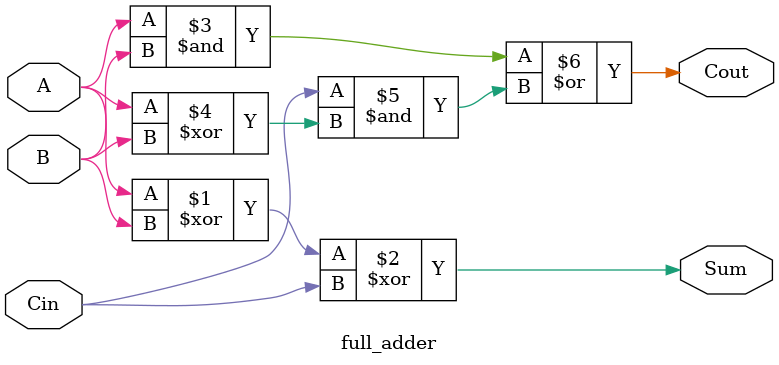
<source format=v>
`timescale 1ns / 1ps
module full_adder(
    input A,
    input B,
    input Cin,
    output Sum,
    output Cout
);
    assign Sum = A ^ B ^ Cin;
    assign Cout = (A & B) | (Cin & (A ^ B));
endmodule

</source>
